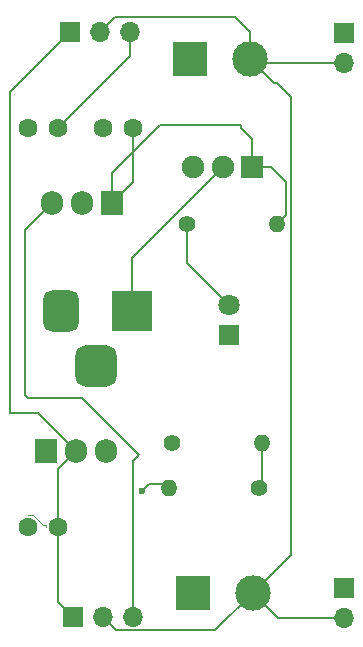
<source format=gtl>
%TF.GenerationSoftware,KiCad,Pcbnew,8.0.6*%
%TF.CreationDate,2025-06-17T20:58:39+05:30*%
%TF.ProjectId,Breadboard Power Supply,42726561-6462-46f6-9172-6420506f7765,rev?*%
%TF.SameCoordinates,Original*%
%TF.FileFunction,Copper,L1,Top*%
%TF.FilePolarity,Positive*%
%FSLAX46Y46*%
G04 Gerber Fmt 4.6, Leading zero omitted, Abs format (unit mm)*
G04 Created by KiCad (PCBNEW 8.0.6) date 2025-06-17 20:58:39*
%MOMM*%
%LPD*%
G01*
G04 APERTURE LIST*
G04 Aperture macros list*
%AMRoundRect*
0 Rectangle with rounded corners*
0 $1 Rounding radius*
0 $2 $3 $4 $5 $6 $7 $8 $9 X,Y pos of 4 corners*
0 Add a 4 corners polygon primitive as box body*
4,1,4,$2,$3,$4,$5,$6,$7,$8,$9,$2,$3,0*
0 Add four circle primitives for the rounded corners*
1,1,$1+$1,$2,$3*
1,1,$1+$1,$4,$5*
1,1,$1+$1,$6,$7*
1,1,$1+$1,$8,$9*
0 Add four rect primitives between the rounded corners*
20,1,$1+$1,$2,$3,$4,$5,0*
20,1,$1+$1,$4,$5,$6,$7,0*
20,1,$1+$1,$6,$7,$8,$9,0*
20,1,$1+$1,$8,$9,$2,$3,0*%
G04 Aperture macros list end*
%TA.AperFunction,ComponentPad*%
%ADD10O,1.905000X2.000000*%
%TD*%
%TA.AperFunction,ComponentPad*%
%ADD11R,1.905000X2.000000*%
%TD*%
%TA.AperFunction,ComponentPad*%
%ADD12R,1.900000X1.900000*%
%TD*%
%TA.AperFunction,ComponentPad*%
%ADD13C,1.900000*%
%TD*%
%TA.AperFunction,ComponentPad*%
%ADD14C,1.400000*%
%TD*%
%TA.AperFunction,ComponentPad*%
%ADD15O,1.400000X1.400000*%
%TD*%
%TA.AperFunction,ComponentPad*%
%ADD16R,3.000000X3.000000*%
%TD*%
%TA.AperFunction,ComponentPad*%
%ADD17C,3.000000*%
%TD*%
%TA.AperFunction,ComponentPad*%
%ADD18R,3.500000X3.500000*%
%TD*%
%TA.AperFunction,ComponentPad*%
%ADD19RoundRect,0.750000X-0.750000X-1.000000X0.750000X-1.000000X0.750000X1.000000X-0.750000X1.000000X0*%
%TD*%
%TA.AperFunction,ComponentPad*%
%ADD20RoundRect,0.875000X-0.875000X-0.875000X0.875000X-0.875000X0.875000X0.875000X-0.875000X0.875000X0*%
%TD*%
%TA.AperFunction,ComponentPad*%
%ADD21R,1.700000X1.700000*%
%TD*%
%TA.AperFunction,ComponentPad*%
%ADD22O,1.700000X1.700000*%
%TD*%
%TA.AperFunction,ComponentPad*%
%ADD23R,1.800000X1.800000*%
%TD*%
%TA.AperFunction,ComponentPad*%
%ADD24C,1.800000*%
%TD*%
%TA.AperFunction,ComponentPad*%
%ADD25C,1.600000*%
%TD*%
%TA.AperFunction,ViaPad*%
%ADD26C,0.600000*%
%TD*%
%TA.AperFunction,Conductor*%
%ADD27C,0.200000*%
%TD*%
%TA.AperFunction,Conductor*%
%ADD28C,0.000000*%
%TD*%
G04 APERTURE END LIST*
D10*
%TO.P,U2,3,VI*%
%TO.N,/12V*%
X173482000Y-114737000D03*
%TO.P,U2,2,VO*%
%TO.N,/3.3V*%
X170942000Y-114737000D03*
D11*
%TO.P,U2,1,ADJ*%
%TO.N,Net-(U2-ADJ)*%
X168402000Y-114737000D03*
%TD*%
%TO.P,U1,1,VI*%
%TO.N,/12V*%
X173990000Y-93726000D03*
D10*
%TO.P,U1,2,GND*%
%TO.N,GND*%
X171450000Y-93726000D03*
%TO.P,U1,3,VO*%
%TO.N,/5V*%
X168910000Y-93726000D03*
%TD*%
D12*
%TO.P,S1,1*%
%TO.N,/12V*%
X185888000Y-90678000D03*
D13*
%TO.P,S1,2*%
%TO.N,/PWR_input*%
X183388000Y-90678000D03*
%TO.P,S1,3*%
%TO.N,unconnected-(S1-Pad3)*%
X180888000Y-90678000D03*
%TD*%
D14*
%TO.P,R3,1*%
%TO.N,GND*%
X179070000Y-114046000D03*
D15*
%TO.P,R3,2*%
%TO.N,Net-(U2-ADJ)*%
X186690000Y-114046000D03*
%TD*%
D14*
%TO.P,R2,1*%
%TO.N,Net-(U2-ADJ)*%
X186436000Y-117856000D03*
D15*
%TO.P,R2,2*%
%TO.N,/3.3V*%
X178816000Y-117856000D03*
%TD*%
D14*
%TO.P,R1,1*%
%TO.N,Net-(D1-A)*%
X180340000Y-95504000D03*
D15*
%TO.P,R1,2*%
%TO.N,/12V*%
X187960000Y-95504000D03*
%TD*%
D16*
%TO.P,J7,1,Pin_1*%
%TO.N,GND*%
X180848000Y-126746000D03*
D17*
%TO.P,J7,2,Pin_2*%
%TO.N,/PWR_output*%
X185928000Y-126746000D03*
%TD*%
D18*
%TO.P,J6,1*%
%TO.N,/PWR_input*%
X175672000Y-102870000D03*
D19*
%TO.P,J6,2*%
%TO.N,GND*%
X169672000Y-102870000D03*
D20*
%TO.P,J6,3*%
X172672000Y-107570000D03*
%TD*%
D16*
%TO.P,J5,1,Pin_1*%
%TO.N,GND*%
X180594000Y-81534000D03*
D17*
%TO.P,J5,2,Pin_2*%
%TO.N,/PWR_output*%
X185674000Y-81534000D03*
%TD*%
D21*
%TO.P,J4,1,Pin_1*%
%TO.N,/3.3V*%
X170688000Y-128778000D03*
D22*
%TO.P,J4,2,Pin_2*%
%TO.N,/PWR_output*%
X173228000Y-128778000D03*
%TO.P,J4,3,Pin_3*%
%TO.N,/5V*%
X175768000Y-128778000D03*
%TD*%
D21*
%TO.P,J3,1,Pin_1*%
%TO.N,/3.3V*%
X170434000Y-79248000D03*
D22*
%TO.P,J3,2,Pin_2*%
%TO.N,/PWR_output*%
X172974000Y-79248000D03*
%TO.P,J3,3,Pin_3*%
%TO.N,/5V*%
X175514000Y-79248000D03*
%TD*%
D21*
%TO.P,J2,1,Pin_1*%
%TO.N,GND*%
X193675000Y-126365000D03*
D22*
%TO.P,J2,2,Pin_2*%
%TO.N,/PWR_output*%
X193675000Y-128905000D03*
%TD*%
D21*
%TO.P,J1,1,Pin_1*%
%TO.N,GND*%
X193675000Y-79375000D03*
D22*
%TO.P,J1,2,Pin_2*%
%TO.N,/PWR_output*%
X193675000Y-81915000D03*
%TD*%
D23*
%TO.P,D1,1,K*%
%TO.N,GND*%
X183896000Y-104902000D03*
D24*
%TO.P,D1,2,A*%
%TO.N,Net-(D1-A)*%
X183896000Y-102362000D03*
%TD*%
D25*
%TO.P,C3,1*%
%TO.N,/3.3V*%
X169398000Y-121158000D03*
%TO.P,C3,2*%
%TO.N,GND*%
X166898000Y-121158000D03*
%TD*%
%TO.P,C2,1*%
%TO.N,/5V*%
X169398000Y-87376000D03*
%TO.P,C2,2*%
%TO.N,GND*%
X166898000Y-87376000D03*
%TD*%
%TO.P,C1,2*%
%TO.N,GND*%
X173248000Y-87376000D03*
%TO.P,C1,1*%
%TO.N,/12V*%
X175748000Y-87376000D03*
%TD*%
D26*
%TO.N,/3.3V*%
X176530000Y-118110000D03*
%TD*%
D27*
%TO.N,/12V*%
X188722000Y-94742000D02*
X187960000Y-95504000D01*
X185888000Y-90678000D02*
X187452000Y-90678000D01*
%TO.N,Net-(D1-A)*%
X180340000Y-95504000D02*
X180340000Y-98806000D01*
X180340000Y-98806000D02*
X183896000Y-102362000D01*
%TO.N,/12V*%
X188722000Y-91948000D02*
X188722000Y-94742000D01*
X187452000Y-90678000D02*
X188722000Y-91948000D01*
%TO.N,/PWR_output*%
X187706000Y-83566000D02*
X185674000Y-81534000D01*
X187960000Y-83566000D02*
X187706000Y-83566000D01*
X189122000Y-84728000D02*
X187960000Y-83566000D01*
X189122000Y-123552000D02*
X189122000Y-84728000D01*
X185928000Y-126746000D02*
X189122000Y-123552000D01*
X182746000Y-129928000D02*
X174378000Y-129928000D01*
X185928000Y-126746000D02*
X182746000Y-129928000D01*
X174378000Y-129928000D02*
X173228000Y-128778000D01*
X188087000Y-128905000D02*
X193675000Y-128905000D01*
X185928000Y-126746000D02*
X188087000Y-128905000D01*
%TO.N,/3.3V*%
X169398000Y-121158000D02*
X169398000Y-116281000D01*
X169398000Y-116281000D02*
X170942000Y-114737000D01*
X169398000Y-127488000D02*
X170688000Y-128778000D01*
X169398000Y-121158000D02*
X169398000Y-127488000D01*
D28*
%TO.N,*%
X167296214Y-120142000D02*
X168148000Y-120993786D01*
X168398000Y-120993786D02*
X168398000Y-121158000D01*
X168148000Y-120993786D02*
X168398000Y-120993786D01*
X166878000Y-120142000D02*
X167296214Y-120142000D01*
D27*
%TO.N,/3.3V*%
X177146000Y-117494000D02*
X176530000Y-118110000D01*
X178454000Y-117494000D02*
X177146000Y-117494000D01*
X178816000Y-117856000D02*
X178454000Y-117494000D01*
%TO.N,Net-(U2-ADJ)*%
X186690000Y-117602000D02*
X186436000Y-117856000D01*
X186690000Y-114046000D02*
X186690000Y-117602000D01*
%TO.N,/5V*%
X171450000Y-110236000D02*
X176276000Y-115062000D01*
X166878000Y-110236000D02*
X171450000Y-110236000D01*
X176276000Y-115062000D02*
X175768000Y-115570000D01*
X166624000Y-109982000D02*
X166878000Y-110236000D01*
X175768000Y-115570000D02*
X175768000Y-128778000D01*
X168910000Y-93726000D02*
X166624000Y-96012000D01*
X166624000Y-96012000D02*
X166624000Y-109982000D01*
%TO.N,/PWR_input*%
X175672000Y-98394000D02*
X175672000Y-102870000D01*
X183388000Y-90678000D02*
X175672000Y-98394000D01*
%TO.N,/12V*%
X175748000Y-91968000D02*
X173990000Y-93726000D01*
X175748000Y-87376000D02*
X175748000Y-91968000D01*
X185888000Y-88352000D02*
X185888000Y-90678000D01*
X178054000Y-87122000D02*
X184912000Y-87122000D01*
X184912000Y-87122000D02*
X184912000Y-87376000D01*
X184912000Y-87376000D02*
X185888000Y-88352000D01*
X173990000Y-91186000D02*
X178054000Y-87122000D01*
X173990000Y-93726000D02*
X173990000Y-91186000D01*
%TO.N,/3.3V*%
X167711000Y-111506000D02*
X170942000Y-114737000D01*
X165354000Y-111506000D02*
X167711000Y-111506000D01*
X165354000Y-84328000D02*
X165354000Y-111506000D01*
X170434000Y-79248000D02*
X165354000Y-84328000D01*
%TO.N,/PWR_output*%
X185674000Y-79248000D02*
X185674000Y-81534000D01*
X184404000Y-77978000D02*
X185674000Y-79248000D01*
X174244000Y-77978000D02*
X184404000Y-77978000D01*
X172974000Y-79248000D02*
X174244000Y-77978000D01*
X193675000Y-81915000D02*
X186055000Y-81915000D01*
X186055000Y-81915000D02*
X185674000Y-81534000D01*
%TO.N,/5V*%
X175514000Y-81260000D02*
X169398000Y-87376000D01*
X175514000Y-79248000D02*
X175514000Y-81260000D01*
%TD*%
M02*

</source>
